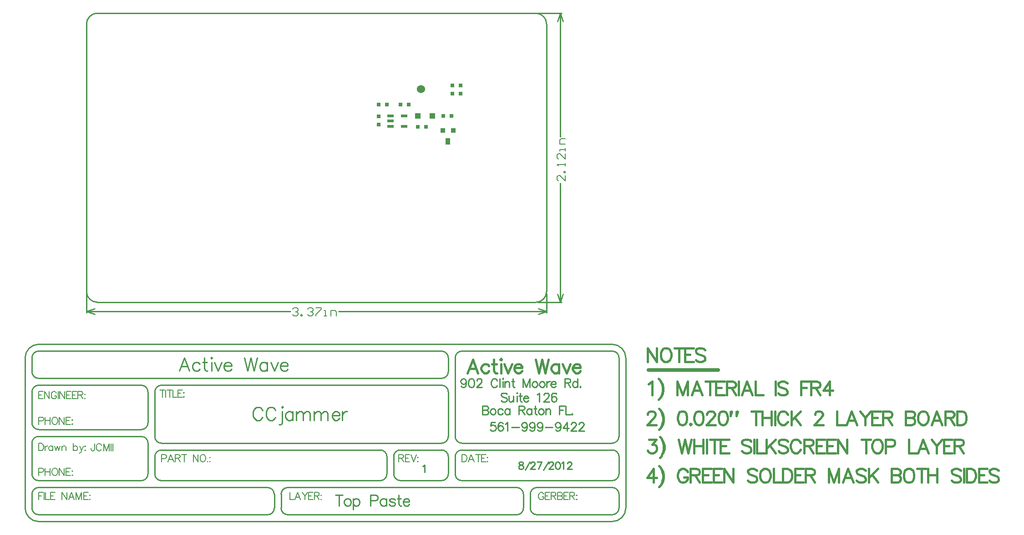
<source format=gtp>
%FSLAX25Y25*%
%MOIN*%
G70*
G01*
G75*
G04 Layer_Color=8421504*
%ADD10C,0.02500*%
%ADD11C,0.06000*%
%ADD12R,0.03000X0.03000*%
%ADD13R,0.05000X0.02000*%
%ADD14R,0.03000X0.03000*%
%ADD15R,0.03600X0.05000*%
%ADD16R,0.03600X0.03600*%
%ADD17R,0.03937X0.03937*%
%ADD18C,0.02000*%
%ADD19C,0.01200*%
%ADD20C,0.01000*%
%ADD21C,0.00800*%
%ADD22C,0.03000*%
%ADD23C,0.00600*%
%ADD24C,0.00900*%
%ADD25C,0.01500*%
%ADD26C,0.00500*%
%ADD27C,0.04000*%
D10*
X411800Y-49700D02*
X462800D01*
D11*
X245000Y156500D02*
D03*
D12*
X214100Y130200D02*
D03*
Y136200D02*
D03*
D13*
X222600Y129150D02*
D03*
Y132950D02*
D03*
X232600Y129150D02*
D03*
X222600Y136650D02*
D03*
X232600D02*
D03*
D14*
X274000Y153000D02*
D03*
X268000D02*
D03*
X274000Y159000D02*
D03*
X268000D02*
D03*
X242600Y128600D02*
D03*
X248600D02*
D03*
X229900Y145000D02*
D03*
X235900D02*
D03*
X261200Y136800D02*
D03*
X267200D02*
D03*
X214100Y144900D02*
D03*
X220100D02*
D03*
D15*
X264750Y117900D02*
D03*
D16*
X261050Y125900D02*
D03*
X268550D02*
D03*
D17*
X242685Y136700D02*
D03*
X253315D02*
D03*
D20*
X185066Y-141202D02*
Y-149200D01*
X182400Y-141202D02*
X187732D01*
X190589Y-143868D02*
X189827Y-144249D01*
X189065Y-145010D01*
X188684Y-146153D01*
Y-146915D01*
X189065Y-148057D01*
X189827Y-148819D01*
X190589Y-149200D01*
X191731D01*
X192493Y-148819D01*
X193255Y-148057D01*
X193636Y-146915D01*
Y-146153D01*
X193255Y-145010D01*
X192493Y-144249D01*
X191731Y-143868D01*
X190589D01*
X195388D02*
Y-151866D01*
Y-145010D02*
X196149Y-144249D01*
X196911Y-143868D01*
X198054D01*
X198816Y-144249D01*
X199577Y-145010D01*
X199958Y-146153D01*
Y-146915D01*
X199577Y-148057D01*
X198816Y-148819D01*
X198054Y-149200D01*
X196911D01*
X196149Y-148819D01*
X195388Y-148057D01*
X207956Y-145391D02*
X211384D01*
X212527Y-145010D01*
X212908Y-144630D01*
X213289Y-143868D01*
Y-142725D01*
X212908Y-141964D01*
X212527Y-141583D01*
X211384Y-141202D01*
X207956D01*
Y-149200D01*
X219649Y-143868D02*
Y-149200D01*
Y-145010D02*
X218887Y-144249D01*
X218126Y-143868D01*
X216983D01*
X216221Y-144249D01*
X215460Y-145010D01*
X215079Y-146153D01*
Y-146915D01*
X215460Y-148057D01*
X216221Y-148819D01*
X216983Y-149200D01*
X218126D01*
X218887Y-148819D01*
X219649Y-148057D01*
X225972Y-145010D02*
X225591Y-144249D01*
X224448Y-143868D01*
X223306D01*
X222163Y-144249D01*
X221782Y-145010D01*
X222163Y-145772D01*
X222925Y-146153D01*
X224829Y-146534D01*
X225591Y-146915D01*
X225972Y-147677D01*
Y-148057D01*
X225591Y-148819D01*
X224448Y-149200D01*
X223306D01*
X222163Y-148819D01*
X221782Y-148057D01*
X228790Y-141202D02*
Y-147677D01*
X229171Y-148819D01*
X229933Y-149200D01*
X230694D01*
X227647Y-143868D02*
X230314D01*
X231837Y-146153D02*
X236407D01*
Y-145391D01*
X236027Y-144630D01*
X235646Y-144249D01*
X234884Y-143868D01*
X233741D01*
X232980Y-144249D01*
X232218Y-145010D01*
X231837Y-146153D01*
Y-146915D01*
X232218Y-148057D01*
X232980Y-148819D01*
X233741Y-149200D01*
X234884D01*
X235646Y-148819D01*
X236407Y-148057D01*
X330484Y212016D02*
X348000D01*
X330484Y-16D02*
X348000D01*
X347000Y121495D02*
Y212016D01*
Y-16D02*
Y87305D01*
X345000Y206016D02*
X347000Y212016D01*
X349000Y206016D01*
X347000Y-16D02*
X349000Y5984D01*
X345000D02*
X347000Y-16D01*
X337000Y-7500D02*
Y6500D01*
X0Y-7500D02*
Y6500D01*
X184495Y-6500D02*
X337000D01*
X0D02*
X149305D01*
X331000Y-4500D02*
X337000Y-6500D01*
X331000Y-8500D02*
X337000Y-6500D01*
X0D02*
X6000Y-8500D01*
X0Y-6500D02*
X6000Y-4500D01*
X0Y8000D02*
G03*
X8016Y-16I8016J0D01*
G01*
X8000Y212000D02*
G03*
X-16Y203984I0J-8016D01*
G01*
X337000Y204000D02*
G03*
X328984Y212016I-8016J0D01*
G01*
Y-16D02*
G03*
X337000Y8000I0J8016D01*
G01*
X8016Y0D02*
X328984Y-16D01*
X0Y8000D02*
Y203984D01*
X337000Y8000D02*
Y204000D01*
X8000Y212000D02*
X328984Y212016D01*
X137502Y-140794D02*
G03*
X132501Y-135794I-5000J0D01*
G01*
X132618Y-155794D02*
G03*
X137499Y-150827I84J4800D01*
G01*
X147502Y-135794D02*
G03*
X142501Y-140794I0J-5000D01*
G01*
Y-150794D02*
G03*
X147414Y-155793I5000J0D01*
G01*
X320002Y-140794D02*
G03*
X315002Y-135794I-5000J0D01*
G01*
X315118Y-155794D02*
G03*
X320000Y-150827I84J4800D01*
G01*
X325002Y-150894D02*
G03*
X329987Y-155793I4900J0D01*
G01*
X330001Y-135794D02*
G03*
X325002Y-140794I0J-5000D01*
G01*
X45002Y-65694D02*
G03*
X40102Y-60794I-4900J0D01*
G01*
X40202Y-93294D02*
G03*
X45002Y-88494I0J4800D01*
G01*
Y-103194D02*
G03*
X39930Y-98297I-4900J0D01*
G01*
X50002Y-98394D02*
G03*
X54901Y-103294I4900J0D01*
G01*
X50002Y-125894D02*
G03*
X54901Y-130794I4900J0D01*
G01*
X40102D02*
G03*
X45002Y-125894I0J4900D01*
G01*
X220002Y-113194D02*
G03*
X215102Y-108294I-4900J0D01*
G01*
Y-130794D02*
G03*
X220001Y-125809I0J4900D01*
G01*
X225002Y-125694D02*
G03*
X230012Y-130793I5100J0D01*
G01*
X229802Y-108294D02*
G03*
X225008Y-113345I0J-4800D01*
G01*
X55001Y-108294D02*
G03*
X50002Y-113294I0J-5000D01*
G01*
X55001Y-60794D02*
G03*
X50001Y-65794I0J-5000D01*
G01*
X-39998Y-125794D02*
G03*
X-35086Y-130793I5000J0D01*
G01*
X-34999Y-98294D02*
G03*
X-39998Y-103294I0J-5000D01*
G01*
Y-88294D02*
G03*
X-34999Y-93294I5000J0D01*
G01*
Y-60794D02*
G03*
X-39998Y-65794I0J-5000D01*
G01*
Y-50794D02*
G03*
X-34999Y-55794I5000J0D01*
G01*
Y-35794D02*
G03*
X-39998Y-40794I0J-5000D01*
G01*
X265002D02*
G03*
X260001Y-35794I-5000J0D01*
G01*
X275002D02*
G03*
X270002Y-40794I0J-5000D01*
G01*
X260001Y-55794D02*
G03*
X265002Y-50794I0J5000D01*
G01*
Y-65794D02*
G03*
X260001Y-60794I-5000J0D01*
G01*
X-34999Y-135794D02*
G03*
X-39998Y-140794I0J-5000D01*
G01*
X260089Y-103294D02*
G03*
X265002Y-98294I-87J5000D01*
G01*
X-39998Y-150794D02*
G03*
X-35086Y-155793I5000J0D01*
G01*
X265002Y-113194D02*
G03*
X260102Y-108294I-4900J0D01*
G01*
X270002Y-125894D02*
G03*
X274987Y-130793I4900J0D01*
G01*
X260001Y-130794D02*
G03*
X265002Y-125794I0J5000D01*
G01*
X385001Y-155794D02*
G03*
X390002Y-150794I0J5000D01*
G01*
X390002Y-140707D02*
G03*
X385001Y-135793I-5000J-87D01*
G01*
Y-130794D02*
G03*
X390002Y-125794I0J5000D01*
G01*
Y-40694D02*
G03*
X384930Y-35797I-4900J0D01*
G01*
X395002Y-40794D02*
G03*
X385001Y-30794I-10000J0D01*
G01*
Y-160794D02*
G03*
X395002Y-150794I0J10000D01*
G01*
X-44998Y-150694D02*
G03*
X-35075Y-160793I10100J0D01*
G01*
X-34999Y-30794D02*
G03*
X-44998Y-40794I0J-10000D01*
G01*
X270002Y-98294D02*
G03*
X275002Y-103294I5000J0D01*
G01*
X385001D02*
G03*
X390002Y-98294I0J5000D01*
G01*
X275002Y-108294D02*
G03*
X270002Y-113294I0J-5000D01*
G01*
X390002Y-113194D02*
G03*
X385102Y-108294I-4900J0D01*
G01*
X147502Y-155794D02*
X315002D01*
X-34999D02*
X132501D01*
X-34999Y-135794D02*
X132501D01*
X147502D02*
X315002D01*
X330001Y-155794D02*
X385001D01*
X330001Y-135794D02*
X385001D01*
X-34999Y-35794D02*
X260001D01*
X-34999Y-160794D02*
X385001D01*
X-34999Y-30794D02*
X385001D01*
X-34999Y-130794D02*
X40001D01*
X-34999Y-98294D02*
X40001D01*
X-34999Y-93294D02*
X40001D01*
X-34999Y-60794D02*
X40001D01*
X-34999Y-55794D02*
X260001D01*
X55001Y-60794D02*
X260001D01*
X55001Y-108294D02*
X215002D01*
X55001Y-130794D02*
X215002D01*
X230001D02*
X260001D01*
X230001Y-108294D02*
X260001D01*
X275002Y-130794D02*
X385001D01*
X275002Y-35794D02*
X385001D01*
X55001Y-103294D02*
X260001D01*
X275002D02*
X385001D01*
X275002Y-108294D02*
X385001D01*
X137502Y-150794D02*
Y-140794D01*
X142501Y-150794D02*
Y-140794D01*
X320002Y-150794D02*
Y-140794D01*
X325002Y-150794D02*
Y-140794D01*
X395002Y-150794D02*
Y-40794D01*
X-39998Y-125794D02*
Y-103294D01*
X45002Y-125794D02*
Y-103294D01*
X-39998Y-88294D02*
Y-65794D01*
X45002Y-88294D02*
Y-65794D01*
X-39998Y-50794D02*
Y-40794D01*
X265002Y-50794D02*
Y-40794D01*
Y-98294D02*
Y-65794D01*
X50002Y-98294D02*
Y-65794D01*
X220002Y-125794D02*
Y-113294D01*
X50002Y-125794D02*
Y-113294D01*
X225002Y-125794D02*
Y-113294D01*
X265002Y-125794D02*
Y-113294D01*
X390002Y-150794D02*
Y-140794D01*
X-39998Y-150794D02*
Y-140794D01*
X-44998Y-150794D02*
Y-40794D01*
X270002Y-98294D02*
Y-40794D01*
X390002Y-98294D02*
Y-40794D01*
X270002Y-125794D02*
Y-113294D01*
X390002Y-125794D02*
Y-113194D01*
X307875Y-67392D02*
X307266Y-66782D01*
X306352Y-66478D01*
X305133D01*
X304219Y-66782D01*
X303609Y-67392D01*
Y-68001D01*
X303914Y-68611D01*
X304219Y-68915D01*
X304828Y-69220D01*
X306656Y-69829D01*
X307266Y-70134D01*
X307571Y-70439D01*
X307875Y-71048D01*
Y-71962D01*
X307266Y-72572D01*
X306352Y-72876D01*
X305133D01*
X304219Y-72572D01*
X303609Y-71962D01*
X309307Y-68611D02*
Y-71658D01*
X309612Y-72572D01*
X310221Y-72876D01*
X311136D01*
X311745Y-72572D01*
X312659Y-71658D01*
Y-68611D02*
Y-72876D01*
X314944Y-66478D02*
X315249Y-66782D01*
X315554Y-66478D01*
X315249Y-66173D01*
X314944Y-66478D01*
X315249Y-68611D02*
Y-72876D01*
X317595Y-66478D02*
Y-71658D01*
X317900Y-72572D01*
X318509Y-72876D01*
X319118D01*
X316681Y-68611D02*
X318814D01*
X320033Y-70439D02*
X323689D01*
Y-69829D01*
X323384Y-69220D01*
X323080Y-68915D01*
X322470Y-68611D01*
X321556D01*
X320947Y-68915D01*
X320337Y-69525D01*
X320033Y-70439D01*
Y-71048D01*
X320337Y-71962D01*
X320947Y-72572D01*
X321556Y-72876D01*
X322470D01*
X323080Y-72572D01*
X323689Y-71962D01*
X330088Y-67696D02*
X330697Y-67392D01*
X331611Y-66478D01*
Y-72876D01*
X335085Y-68001D02*
Y-67696D01*
X335389Y-67087D01*
X335694Y-66782D01*
X336303Y-66478D01*
X337522D01*
X338132Y-66782D01*
X338436Y-67087D01*
X338741Y-67696D01*
Y-68306D01*
X338436Y-68915D01*
X337827Y-69829D01*
X334780Y-72876D01*
X339046D01*
X344134Y-67392D02*
X343829Y-66782D01*
X342915Y-66478D01*
X342306D01*
X341392Y-66782D01*
X340782Y-67696D01*
X340478Y-69220D01*
Y-70744D01*
X340782Y-71962D01*
X341392Y-72572D01*
X342306Y-72876D01*
X342611D01*
X343525Y-72572D01*
X344134Y-71962D01*
X344439Y-71048D01*
Y-70744D01*
X344134Y-69829D01*
X343525Y-69220D01*
X342611Y-68915D01*
X342306D01*
X341392Y-69220D01*
X340782Y-69829D01*
X340478Y-70744D01*
X299266Y-87978D02*
X296219D01*
X295914Y-90720D01*
X296219Y-90415D01*
X297133Y-90111D01*
X298047D01*
X298961Y-90415D01*
X299570Y-91025D01*
X299875Y-91939D01*
Y-92548D01*
X299570Y-93462D01*
X298961Y-94072D01*
X298047Y-94376D01*
X297133D01*
X296219Y-94072D01*
X295914Y-93767D01*
X295609Y-93158D01*
X304964Y-88892D02*
X304659Y-88282D01*
X303745Y-87978D01*
X303135D01*
X302221Y-88282D01*
X301612Y-89196D01*
X301307Y-90720D01*
Y-92243D01*
X301612Y-93462D01*
X302221Y-94072D01*
X303135Y-94376D01*
X303440D01*
X304354Y-94072D01*
X304964Y-93462D01*
X305268Y-92548D01*
Y-92243D01*
X304964Y-91329D01*
X304354Y-90720D01*
X303440Y-90415D01*
X303135D01*
X302221Y-90720D01*
X301612Y-91329D01*
X301307Y-92243D01*
X306670Y-89196D02*
X307279Y-88892D01*
X308193Y-87978D01*
Y-94376D01*
X311362Y-91634D02*
X316847D01*
X322697Y-90111D02*
X322392Y-91025D01*
X321783Y-91634D01*
X320869Y-91939D01*
X320564D01*
X319650Y-91634D01*
X319041Y-91025D01*
X318736Y-90111D01*
Y-89806D01*
X319041Y-88892D01*
X319650Y-88282D01*
X320564Y-87978D01*
X320869D01*
X321783Y-88282D01*
X322392Y-88892D01*
X322697Y-90111D01*
Y-91634D01*
X322392Y-93158D01*
X321783Y-94072D01*
X320869Y-94376D01*
X320259D01*
X319345Y-94072D01*
X319041Y-93462D01*
X328395Y-90111D02*
X328090Y-91025D01*
X327481Y-91634D01*
X326567Y-91939D01*
X326262D01*
X325348Y-91634D01*
X324739Y-91025D01*
X324434Y-90111D01*
Y-89806D01*
X324739Y-88892D01*
X325348Y-88282D01*
X326262Y-87978D01*
X326567D01*
X327481Y-88282D01*
X328090Y-88892D01*
X328395Y-90111D01*
Y-91634D01*
X328090Y-93158D01*
X327481Y-94072D01*
X326567Y-94376D01*
X325957D01*
X325043Y-94072D01*
X324739Y-93462D01*
X334093Y-90111D02*
X333788Y-91025D01*
X333179Y-91634D01*
X332264Y-91939D01*
X331960D01*
X331046Y-91634D01*
X330436Y-91025D01*
X330132Y-90111D01*
Y-89806D01*
X330436Y-88892D01*
X331046Y-88282D01*
X331960Y-87978D01*
X332264D01*
X333179Y-88282D01*
X333788Y-88892D01*
X334093Y-90111D01*
Y-91634D01*
X333788Y-93158D01*
X333179Y-94072D01*
X332264Y-94376D01*
X331655D01*
X330741Y-94072D01*
X330436Y-93462D01*
X335829Y-91634D02*
X341314D01*
X347164Y-90111D02*
X346860Y-91025D01*
X346250Y-91634D01*
X345336Y-91939D01*
X345031D01*
X344117Y-91634D01*
X343508Y-91025D01*
X343203Y-90111D01*
Y-89806D01*
X343508Y-88892D01*
X344117Y-88282D01*
X345031Y-87978D01*
X345336D01*
X346250Y-88282D01*
X346860Y-88892D01*
X347164Y-90111D01*
Y-91634D01*
X346860Y-93158D01*
X346250Y-94072D01*
X345336Y-94376D01*
X344727D01*
X343812Y-94072D01*
X343508Y-93462D01*
X351948Y-87978D02*
X348901Y-92243D01*
X353471D01*
X351948Y-87978D02*
Y-94376D01*
X354904Y-89501D02*
Y-89196D01*
X355208Y-88587D01*
X355513Y-88282D01*
X356122Y-87978D01*
X357341D01*
X357950Y-88282D01*
X358255Y-88587D01*
X358560Y-89196D01*
Y-89806D01*
X358255Y-90415D01*
X357646Y-91329D01*
X354599Y-94376D01*
X358864D01*
X360601Y-89501D02*
Y-89196D01*
X360906Y-88587D01*
X361211Y-88282D01*
X361820Y-87978D01*
X363039D01*
X363648Y-88282D01*
X363953Y-88587D01*
X364258Y-89196D01*
Y-89806D01*
X363953Y-90415D01*
X363344Y-91329D01*
X360297Y-94376D01*
X364562D01*
X278070Y-58111D02*
X277766Y-59025D01*
X277156Y-59634D01*
X276242Y-59939D01*
X275938D01*
X275024Y-59634D01*
X274414Y-59025D01*
X274110Y-58111D01*
Y-57806D01*
X274414Y-56892D01*
X275024Y-56282D01*
X275938Y-55978D01*
X276242D01*
X277156Y-56282D01*
X277766Y-56892D01*
X278070Y-58111D01*
Y-59634D01*
X277766Y-61158D01*
X277156Y-62072D01*
X276242Y-62376D01*
X275633D01*
X274719Y-62072D01*
X274414Y-61462D01*
X281635Y-55978D02*
X280721Y-56282D01*
X280112Y-57196D01*
X279807Y-58720D01*
Y-59634D01*
X280112Y-61158D01*
X280721Y-62072D01*
X281635Y-62376D01*
X282245D01*
X283159Y-62072D01*
X283768Y-61158D01*
X284073Y-59634D01*
Y-58720D01*
X283768Y-57196D01*
X283159Y-56282D01*
X282245Y-55978D01*
X281635D01*
X285810Y-57501D02*
Y-57196D01*
X286115Y-56587D01*
X286419Y-56282D01*
X287029Y-55978D01*
X288247D01*
X288857Y-56282D01*
X289161Y-56587D01*
X289466Y-57196D01*
Y-57806D01*
X289161Y-58415D01*
X288552Y-59329D01*
X285505Y-62376D01*
X289771D01*
X300801Y-57501D02*
X300496Y-56892D01*
X299887Y-56282D01*
X299277Y-55978D01*
X298059D01*
X297449Y-56282D01*
X296840Y-56892D01*
X296535Y-57501D01*
X296231Y-58415D01*
Y-59939D01*
X296535Y-60853D01*
X296840Y-61462D01*
X297449Y-62072D01*
X298059Y-62376D01*
X299277D01*
X299887Y-62072D01*
X300496Y-61462D01*
X300801Y-60853D01*
X302599Y-55978D02*
Y-62376D01*
X304549Y-55978D02*
X304853Y-56282D01*
X305158Y-55978D01*
X304853Y-55673D01*
X304549Y-55978D01*
X304853Y-58111D02*
Y-62376D01*
X306285Y-58111D02*
Y-62376D01*
Y-59329D02*
X307200Y-58415D01*
X307809Y-58111D01*
X308723D01*
X309332Y-58415D01*
X309637Y-59329D01*
Y-62376D01*
X312227Y-55978D02*
Y-61158D01*
X312532Y-62072D01*
X313141Y-62376D01*
X313751D01*
X311313Y-58111D02*
X313446D01*
X319692Y-55978D02*
Y-62376D01*
Y-55978D02*
X322130Y-62376D01*
X324567Y-55978D02*
X322130Y-62376D01*
X324567Y-55978D02*
Y-62376D01*
X327919Y-58111D02*
X327309Y-58415D01*
X326700Y-59025D01*
X326395Y-59939D01*
Y-60548D01*
X326700Y-61462D01*
X327309Y-62072D01*
X327919Y-62376D01*
X328833D01*
X329442Y-62072D01*
X330052Y-61462D01*
X330357Y-60548D01*
Y-59939D01*
X330052Y-59025D01*
X329442Y-58415D01*
X328833Y-58111D01*
X327919D01*
X333282D02*
X332672Y-58415D01*
X332063Y-59025D01*
X331758Y-59939D01*
Y-60548D01*
X332063Y-61462D01*
X332672Y-62072D01*
X333282Y-62376D01*
X334196D01*
X334805Y-62072D01*
X335414Y-61462D01*
X335719Y-60548D01*
Y-59939D01*
X335414Y-59025D01*
X334805Y-58415D01*
X334196Y-58111D01*
X333282D01*
X337121D02*
Y-62376D01*
Y-59939D02*
X337425Y-59025D01*
X338035Y-58415D01*
X338644Y-58111D01*
X339558D01*
X340137Y-59939D02*
X343794D01*
Y-59329D01*
X343489Y-58720D01*
X343184Y-58415D01*
X342575Y-58111D01*
X341661D01*
X341051Y-58415D01*
X340442Y-59025D01*
X340137Y-59939D01*
Y-60548D01*
X340442Y-61462D01*
X341051Y-62072D01*
X341661Y-62376D01*
X342575D01*
X343184Y-62072D01*
X343794Y-61462D01*
X350192Y-55978D02*
Y-62376D01*
Y-55978D02*
X352935D01*
X353849Y-56282D01*
X354153Y-56587D01*
X354458Y-57196D01*
Y-57806D01*
X354153Y-58415D01*
X353849Y-58720D01*
X352935Y-59025D01*
X350192D01*
X352325D02*
X354458Y-62376D01*
X359546Y-55978D02*
Y-62376D01*
Y-59025D02*
X358937Y-58415D01*
X358328Y-58111D01*
X357414D01*
X356804Y-58415D01*
X356195Y-59025D01*
X355890Y-59939D01*
Y-60548D01*
X356195Y-61462D01*
X356804Y-62072D01*
X357414Y-62376D01*
X358328D01*
X358937Y-62072D01*
X359546Y-61462D01*
X361557Y-61767D02*
X361253Y-62072D01*
X361557Y-62376D01*
X361862Y-62072D01*
X361557Y-61767D01*
X290109Y-75978D02*
Y-82376D01*
Y-75978D02*
X292852D01*
X293766Y-76282D01*
X294071Y-76587D01*
X294375Y-77197D01*
Y-77806D01*
X294071Y-78415D01*
X293766Y-78720D01*
X292852Y-79025D01*
X290109D02*
X292852D01*
X293766Y-79329D01*
X294071Y-79634D01*
X294375Y-80243D01*
Y-81158D01*
X294071Y-81767D01*
X293766Y-82072D01*
X292852Y-82376D01*
X290109D01*
X297331Y-78111D02*
X296721Y-78415D01*
X296112Y-79025D01*
X295807Y-79939D01*
Y-80548D01*
X296112Y-81462D01*
X296721Y-82072D01*
X297331Y-82376D01*
X298245D01*
X298854Y-82072D01*
X299464Y-81462D01*
X299768Y-80548D01*
Y-79939D01*
X299464Y-79025D01*
X298854Y-78415D01*
X298245Y-78111D01*
X297331D01*
X304826Y-79025D02*
X304217Y-78415D01*
X303608Y-78111D01*
X302693D01*
X302084Y-78415D01*
X301475Y-79025D01*
X301170Y-79939D01*
Y-80548D01*
X301475Y-81462D01*
X302084Y-82072D01*
X302693Y-82376D01*
X303608D01*
X304217Y-82072D01*
X304826Y-81462D01*
X309854Y-78111D02*
Y-82376D01*
Y-79025D02*
X309244Y-78415D01*
X308635Y-78111D01*
X307721D01*
X307112Y-78415D01*
X306502Y-79025D01*
X306197Y-79939D01*
Y-80548D01*
X306502Y-81462D01*
X307112Y-82072D01*
X307721Y-82376D01*
X308635D01*
X309244Y-82072D01*
X309854Y-81462D01*
X316588Y-75978D02*
Y-82376D01*
Y-75978D02*
X319330D01*
X320244Y-76282D01*
X320549Y-76587D01*
X320853Y-77197D01*
Y-77806D01*
X320549Y-78415D01*
X320244Y-78720D01*
X319330Y-79025D01*
X316588D01*
X318721D02*
X320853Y-82376D01*
X325942Y-78111D02*
Y-82376D01*
Y-79025D02*
X325332Y-78415D01*
X324723Y-78111D01*
X323809D01*
X323200Y-78415D01*
X322590Y-79025D01*
X322285Y-79939D01*
Y-80548D01*
X322590Y-81462D01*
X323200Y-82072D01*
X323809Y-82376D01*
X324723D01*
X325332Y-82072D01*
X325942Y-81462D01*
X328562Y-75978D02*
Y-81158D01*
X328867Y-82072D01*
X329476Y-82376D01*
X330086D01*
X327648Y-78111D02*
X329781D01*
X332523D02*
X331914Y-78415D01*
X331304Y-79025D01*
X331000Y-79939D01*
Y-80548D01*
X331304Y-81462D01*
X331914Y-82072D01*
X332523Y-82376D01*
X333437D01*
X334047Y-82072D01*
X334656Y-81462D01*
X334961Y-80548D01*
Y-79939D01*
X334656Y-79025D01*
X334047Y-78415D01*
X333437Y-78111D01*
X332523D01*
X336362D02*
Y-82376D01*
Y-79329D02*
X337277Y-78415D01*
X337886Y-78111D01*
X338800D01*
X339409Y-78415D01*
X339714Y-79329D01*
Y-82376D01*
X346417Y-75978D02*
Y-82376D01*
Y-75978D02*
X350378D01*
X346417Y-79025D02*
X348855D01*
X351110Y-75978D02*
Y-82376D01*
X354766D01*
X355772Y-81767D02*
X355467Y-82072D01*
X355772Y-82376D01*
X356076Y-82072D01*
X355772Y-81767D01*
D21*
X5837Y-103568D02*
Y-107630D01*
X5583Y-108392D01*
X5329Y-108646D01*
X4821Y-108900D01*
X4314D01*
X3806Y-108646D01*
X3552Y-108392D01*
X3298Y-107630D01*
Y-107122D01*
X11017Y-104837D02*
X10763Y-104329D01*
X10255Y-103821D01*
X9747Y-103568D01*
X8732D01*
X8224Y-103821D01*
X7716Y-104329D01*
X7462Y-104837D01*
X7208Y-105599D01*
Y-106868D01*
X7462Y-107630D01*
X7716Y-108138D01*
X8224Y-108646D01*
X8732Y-108900D01*
X9747D01*
X10255Y-108646D01*
X10763Y-108138D01*
X11017Y-107630D01*
X12515Y-103568D02*
Y-108900D01*
Y-103568D02*
X14547Y-108900D01*
X16578Y-103568D02*
X14547Y-108900D01*
X16578Y-103568D02*
Y-108900D01*
X18101Y-103568D02*
Y-108900D01*
X19218Y-103568D02*
Y-108900D01*
D23*
X350599Y92904D02*
Y88905D01*
X346600Y92904D01*
X345601D01*
X344601Y91904D01*
Y89905D01*
X345601Y88905D01*
X350599Y94903D02*
X349599D01*
Y95903D01*
X350599D01*
Y94903D01*
Y99901D02*
Y101901D01*
Y100901D01*
X344601D01*
X345601Y99901D01*
X350599Y108898D02*
Y104900D01*
X346600Y108898D01*
X345601D01*
X344601Y107899D01*
Y105900D01*
X345601Y104900D01*
X350599Y110898D02*
Y112897D01*
Y111898D01*
X346600D01*
Y110898D01*
X350599Y115896D02*
X346600D01*
Y118895D01*
X347600Y119895D01*
X350599D01*
X150905Y-5101D02*
X151905Y-4101D01*
X153904D01*
X154904Y-5101D01*
Y-6100D01*
X153904Y-7100D01*
X152904D01*
X153904D01*
X154904Y-8100D01*
Y-9099D01*
X153904Y-10099D01*
X151905D01*
X150905Y-9099D01*
X156903Y-10099D02*
Y-9099D01*
X157903D01*
Y-10099D01*
X156903D01*
X161902Y-5101D02*
X162901Y-4101D01*
X164901D01*
X165900Y-5101D01*
Y-6100D01*
X164901Y-7100D01*
X163901D01*
X164901D01*
X165900Y-8100D01*
Y-9099D01*
X164901Y-10099D01*
X162901D01*
X161902Y-9099D01*
X167900Y-4101D02*
X171898D01*
Y-5101D01*
X167900Y-9099D01*
Y-10099D01*
X173898D02*
X175897D01*
X174897D01*
Y-6100D01*
X173898D01*
X178896Y-10099D02*
Y-6100D01*
X181895D01*
X182895Y-7100D01*
Y-10099D01*
D24*
X317748Y-117008D02*
X316986Y-117262D01*
X316733Y-117770D01*
Y-118277D01*
X316986Y-118785D01*
X317494Y-119039D01*
X318510Y-119293D01*
X319272Y-119547D01*
X319779Y-120055D01*
X320033Y-120563D01*
Y-121324D01*
X319779Y-121832D01*
X319526Y-122086D01*
X318764Y-122340D01*
X317748D01*
X316986Y-122086D01*
X316733Y-121832D01*
X316478Y-121324D01*
Y-120563D01*
X316733Y-120055D01*
X317240Y-119547D01*
X318002Y-119293D01*
X319018Y-119039D01*
X319526Y-118785D01*
X319779Y-118277D01*
Y-117770D01*
X319526Y-117262D01*
X318764Y-117008D01*
X317748D01*
X321227Y-123102D02*
X324782Y-117008D01*
X325391Y-118277D02*
Y-118023D01*
X325645Y-117516D01*
X325899Y-117262D01*
X326407Y-117008D01*
X327422D01*
X327930Y-117262D01*
X328184Y-117516D01*
X328438Y-118023D01*
Y-118531D01*
X328184Y-119039D01*
X327676Y-119801D01*
X325137Y-122340D01*
X328692D01*
X333440Y-117008D02*
X330901Y-122340D01*
X329885Y-117008D02*
X333440D01*
X334634Y-123102D02*
X338188Y-117008D01*
X338798Y-118277D02*
Y-118023D01*
X339052Y-117516D01*
X339306Y-117262D01*
X339813Y-117008D01*
X340829D01*
X341337Y-117262D01*
X341591Y-117516D01*
X341845Y-118023D01*
Y-118531D01*
X341591Y-119039D01*
X341083Y-119801D01*
X338544Y-122340D01*
X342099D01*
X344816Y-117008D02*
X344054Y-117262D01*
X343546Y-118023D01*
X343292Y-119293D01*
Y-120055D01*
X343546Y-121324D01*
X344054Y-122086D01*
X344816Y-122340D01*
X345323D01*
X346085Y-122086D01*
X346593Y-121324D01*
X346847Y-120055D01*
Y-119293D01*
X346593Y-118023D01*
X346085Y-117262D01*
X345323Y-117008D01*
X344816D01*
X348040Y-118023D02*
X348548Y-117770D01*
X349310Y-117008D01*
Y-122340D01*
X352205Y-118277D02*
Y-118023D01*
X352459Y-117516D01*
X352712Y-117262D01*
X353220Y-117008D01*
X354236D01*
X354744Y-117262D01*
X354998Y-117516D01*
X355252Y-118023D01*
Y-118531D01*
X354998Y-119039D01*
X354490Y-119801D01*
X351951Y-122340D01*
X355506D01*
X75314Y-50294D02*
X71658Y-40696D01*
X68001Y-50294D01*
X69372Y-47095D02*
X73943D01*
X83038Y-45267D02*
X82124Y-44352D01*
X81210Y-43895D01*
X79839D01*
X78925Y-44352D01*
X78011Y-45267D01*
X77554Y-46638D01*
Y-47552D01*
X78011Y-48923D01*
X78925Y-49837D01*
X79839Y-50294D01*
X81210D01*
X82124Y-49837D01*
X83038Y-48923D01*
X86466Y-40696D02*
Y-48466D01*
X86923Y-49837D01*
X87837Y-50294D01*
X88751D01*
X85095Y-43895D02*
X88294D01*
X91036Y-40696D02*
X91493Y-41153D01*
X91951Y-40696D01*
X91493Y-40239D01*
X91036Y-40696D01*
X91493Y-43895D02*
Y-50294D01*
X93642Y-43895D02*
X96384Y-50294D01*
X99126Y-43895D02*
X96384Y-50294D01*
X100680Y-46638D02*
X106165D01*
Y-45724D01*
X105708Y-44809D01*
X105251Y-44352D01*
X104336Y-43895D01*
X102965D01*
X102051Y-44352D01*
X101137Y-45267D01*
X100680Y-46638D01*
Y-47552D01*
X101137Y-48923D01*
X102051Y-49837D01*
X102965Y-50294D01*
X104336D01*
X105251Y-49837D01*
X106165Y-48923D01*
X115763Y-40696D02*
X118048Y-50294D01*
X120333Y-40696D02*
X118048Y-50294D01*
X120333Y-40696D02*
X122618Y-50294D01*
X124904Y-40696D02*
X122618Y-50294D01*
X132308Y-43895D02*
Y-50294D01*
Y-45267D02*
X131394Y-44352D01*
X130479Y-43895D01*
X129108D01*
X128194Y-44352D01*
X127280Y-45267D01*
X126823Y-46638D01*
Y-47552D01*
X127280Y-48923D01*
X128194Y-49837D01*
X129108Y-50294D01*
X130479D01*
X131394Y-49837D01*
X132308Y-48923D01*
X134867Y-43895D02*
X137609Y-50294D01*
X140352Y-43895D02*
X137609Y-50294D01*
X141905Y-46638D02*
X147390D01*
Y-45724D01*
X146933Y-44809D01*
X146476Y-44352D01*
X145562Y-43895D01*
X144191D01*
X143277Y-44352D01*
X142363Y-45267D01*
X141905Y-46638D01*
Y-47552D01*
X142363Y-48923D01*
X143277Y-49837D01*
X144191Y-50294D01*
X145562D01*
X146476Y-49837D01*
X147390Y-48923D01*
X128856Y-79187D02*
X128399Y-78273D01*
X127485Y-77359D01*
X126570Y-76902D01*
X124742D01*
X123828Y-77359D01*
X122914Y-78273D01*
X122457Y-79187D01*
X122000Y-80558D01*
Y-82844D01*
X122457Y-84215D01*
X122914Y-85129D01*
X123828Y-86043D01*
X124742Y-86500D01*
X126570D01*
X127485Y-86043D01*
X128399Y-85129D01*
X128856Y-84215D01*
X138408Y-79187D02*
X137951Y-78273D01*
X137037Y-77359D01*
X136123Y-76902D01*
X134294D01*
X133380Y-77359D01*
X132466Y-78273D01*
X132009Y-79187D01*
X131552Y-80558D01*
Y-82844D01*
X132009Y-84215D01*
X132466Y-85129D01*
X133380Y-86043D01*
X134294Y-86500D01*
X136123D01*
X137037Y-86043D01*
X137951Y-85129D01*
X138408Y-84215D01*
X142933Y-76902D02*
X143390Y-77359D01*
X143847Y-76902D01*
X143390Y-76445D01*
X142933Y-76902D01*
X143390Y-80101D02*
Y-87871D01*
X142933Y-89242D01*
X142019Y-89699D01*
X141104D01*
X151114Y-80101D02*
Y-86500D01*
Y-81472D02*
X150200Y-80558D01*
X149286Y-80101D01*
X147914D01*
X147000Y-80558D01*
X146086Y-81472D01*
X145629Y-82844D01*
Y-83758D01*
X146086Y-85129D01*
X147000Y-86043D01*
X147914Y-86500D01*
X149286D01*
X150200Y-86043D01*
X151114Y-85129D01*
X153673Y-80101D02*
Y-86500D01*
Y-81929D02*
X155044Y-80558D01*
X155958Y-80101D01*
X157330D01*
X158244Y-80558D01*
X158701Y-81929D01*
Y-86500D01*
Y-81929D02*
X160072Y-80558D01*
X160986Y-80101D01*
X162357D01*
X163271Y-80558D01*
X163728Y-81929D01*
Y-86500D01*
X166745Y-80101D02*
Y-86500D01*
Y-81929D02*
X168116Y-80558D01*
X169030Y-80101D01*
X170401D01*
X171315Y-80558D01*
X171772Y-81929D01*
Y-86500D01*
Y-81929D02*
X173143Y-80558D01*
X174057Y-80101D01*
X175428D01*
X176343Y-80558D01*
X176800Y-81929D01*
Y-86500D01*
X179816Y-82844D02*
X185301D01*
Y-81929D01*
X184844Y-81015D01*
X184387Y-80558D01*
X183473Y-80101D01*
X182101D01*
X181187Y-80558D01*
X180273Y-81472D01*
X179816Y-82844D01*
Y-83758D01*
X180273Y-85129D01*
X181187Y-86043D01*
X182101Y-86500D01*
X183473D01*
X184387Y-86043D01*
X185301Y-85129D01*
X187357Y-80101D02*
Y-86500D01*
Y-82844D02*
X187814Y-81472D01*
X188728Y-80558D01*
X189643Y-80101D01*
X191014D01*
X246251Y-120228D02*
X246759Y-119974D01*
X247521Y-119212D01*
Y-124544D01*
D25*
X286727Y-51876D02*
X282918Y-41879D01*
X279110Y-51876D01*
X280538Y-48544D02*
X285299D01*
X294773Y-46639D02*
X293821Y-45687D01*
X292868Y-45211D01*
X291440D01*
X290488Y-45687D01*
X289536Y-46639D01*
X289060Y-48068D01*
Y-49020D01*
X289536Y-50448D01*
X290488Y-51400D01*
X291440Y-51876D01*
X292868D01*
X293821Y-51400D01*
X294773Y-50448D01*
X298343Y-41879D02*
Y-49972D01*
X298819Y-51400D01*
X299772Y-51876D01*
X300724D01*
X296915Y-45211D02*
X300248D01*
X303104Y-41879D02*
X303580Y-42355D01*
X304057Y-41879D01*
X303580Y-41402D01*
X303104Y-41879D01*
X303580Y-45211D02*
Y-51876D01*
X305818Y-45211D02*
X308675Y-51876D01*
X311531Y-45211D02*
X308675Y-51876D01*
X313150Y-48068D02*
X318863D01*
Y-47115D01*
X318387Y-46163D01*
X317911Y-45687D01*
X316958Y-45211D01*
X315530D01*
X314578Y-45687D01*
X313626Y-46639D01*
X313150Y-48068D01*
Y-49020D01*
X313626Y-50448D01*
X314578Y-51400D01*
X315530Y-51876D01*
X316958D01*
X317911Y-51400D01*
X318863Y-50448D01*
X328861Y-41879D02*
X331241Y-51876D01*
X333622Y-41879D02*
X331241Y-51876D01*
X333622Y-41879D02*
X336002Y-51876D01*
X338383Y-41879D02*
X336002Y-51876D01*
X346095Y-45211D02*
Y-51876D01*
Y-46639D02*
X345143Y-45687D01*
X344191Y-45211D01*
X342762D01*
X341810Y-45687D01*
X340858Y-46639D01*
X340382Y-48068D01*
Y-49020D01*
X340858Y-50448D01*
X341810Y-51400D01*
X342762Y-51876D01*
X344191D01*
X345143Y-51400D01*
X346095Y-50448D01*
X348761Y-45211D02*
X351618Y-51876D01*
X354474Y-45211D02*
X351618Y-51876D01*
X356093Y-48068D02*
X361806D01*
Y-47115D01*
X361330Y-46163D01*
X360854Y-45687D01*
X359902Y-45211D01*
X358473D01*
X357521Y-45687D01*
X356569Y-46639D01*
X356093Y-48068D01*
Y-49020D01*
X356569Y-50448D01*
X357521Y-51400D01*
X358473Y-51876D01*
X359902D01*
X360854Y-51400D01*
X361806Y-50448D01*
X411100Y-33602D02*
Y-43600D01*
Y-33602D02*
X417765Y-43600D01*
Y-33602D02*
Y-43600D01*
X423383Y-33602D02*
X422431Y-34078D01*
X421479Y-35030D01*
X421003Y-35983D01*
X420527Y-37411D01*
Y-39791D01*
X421003Y-41220D01*
X421479Y-42172D01*
X422431Y-43124D01*
X423383Y-43600D01*
X425287D01*
X426240Y-43124D01*
X427192Y-42172D01*
X427668Y-41220D01*
X428144Y-39791D01*
Y-37411D01*
X427668Y-35983D01*
X427192Y-35030D01*
X426240Y-34078D01*
X425287Y-33602D01*
X423383D01*
X433809D02*
Y-43600D01*
X430477Y-33602D02*
X437142D01*
X444521D02*
X438332D01*
Y-43600D01*
X444521D01*
X438332Y-38363D02*
X442141D01*
X452853Y-35030D02*
X451901Y-34078D01*
X450472Y-33602D01*
X448568D01*
X447140Y-34078D01*
X446188Y-35030D01*
Y-35983D01*
X446664Y-36935D01*
X447140Y-37411D01*
X448092Y-37887D01*
X450949Y-38839D01*
X451901Y-39315D01*
X452377Y-39791D01*
X452853Y-40743D01*
Y-42172D01*
X451901Y-43124D01*
X450472Y-43600D01*
X448568D01*
X447140Y-43124D01*
X446188Y-42172D01*
X411800Y-59907D02*
X412752Y-59430D01*
X414180Y-58002D01*
Y-68000D01*
X419132Y-56098D02*
X420084Y-57050D01*
X421036Y-58478D01*
X421988Y-60383D01*
X422464Y-62763D01*
Y-64667D01*
X421988Y-67048D01*
X421036Y-68952D01*
X420084Y-70380D01*
X419132Y-71333D01*
X420084Y-57050D02*
X421036Y-58954D01*
X421512Y-60383D01*
X421988Y-62763D01*
Y-64667D01*
X421512Y-67048D01*
X421036Y-68476D01*
X420084Y-70380D01*
X432748Y-58002D02*
Y-68000D01*
Y-58002D02*
X436557Y-68000D01*
X440365Y-58002D02*
X436557Y-68000D01*
X440365Y-58002D02*
Y-68000D01*
X450839D02*
X447031Y-58002D01*
X443222Y-68000D01*
X444650Y-64667D02*
X449411D01*
X456505Y-58002D02*
Y-68000D01*
X453172Y-58002D02*
X459837D01*
X467217D02*
X461027D01*
Y-68000D01*
X467217D01*
X461027Y-62763D02*
X464836D01*
X468883Y-58002D02*
Y-68000D01*
Y-58002D02*
X473168D01*
X474596Y-58478D01*
X475072Y-58954D01*
X475548Y-59907D01*
Y-60859D01*
X475072Y-61811D01*
X474596Y-62287D01*
X473168Y-62763D01*
X468883D01*
X472216D02*
X475548Y-68000D01*
X477786Y-58002D02*
Y-68000D01*
X487498D02*
X483689Y-58002D01*
X479881Y-68000D01*
X481309Y-64667D02*
X486070D01*
X489831Y-58002D02*
Y-68000D01*
X495544D01*
X504494Y-58002D02*
Y-68000D01*
X513254Y-59430D02*
X512302Y-58478D01*
X510874Y-58002D01*
X508970D01*
X507541Y-58478D01*
X506589Y-59430D01*
Y-60383D01*
X507065Y-61335D01*
X507541Y-61811D01*
X508494Y-62287D01*
X511350Y-63239D01*
X512302Y-63715D01*
X512778Y-64191D01*
X513254Y-65144D01*
Y-66572D01*
X512302Y-67524D01*
X510874Y-68000D01*
X508970D01*
X507541Y-67524D01*
X506589Y-66572D01*
X523348Y-58002D02*
Y-68000D01*
Y-58002D02*
X529537D01*
X523348Y-62763D02*
X527156D01*
X530679Y-58002D02*
Y-68000D01*
Y-58002D02*
X534964D01*
X536392Y-58478D01*
X536868Y-58954D01*
X537345Y-59907D01*
Y-60859D01*
X536868Y-61811D01*
X536392Y-62287D01*
X534964Y-62763D01*
X530679D01*
X534012D02*
X537345Y-68000D01*
X544343Y-58002D02*
X539582Y-64667D01*
X546724D01*
X544343Y-58002D02*
Y-68000D01*
X410976Y-82283D02*
Y-81806D01*
X411452Y-80854D01*
X411928Y-80378D01*
X412880Y-79902D01*
X414785D01*
X415737Y-80378D01*
X416213Y-80854D01*
X416689Y-81806D01*
Y-82759D01*
X416213Y-83711D01*
X415261Y-85139D01*
X410500Y-89900D01*
X417165D01*
X419403Y-77998D02*
X420355Y-78950D01*
X421307Y-80378D01*
X422259Y-82283D01*
X422736Y-84663D01*
Y-86567D01*
X422259Y-88948D01*
X421307Y-90852D01*
X420355Y-92280D01*
X419403Y-93233D01*
X420355Y-78950D02*
X421307Y-80854D01*
X421783Y-82283D01*
X422259Y-84663D01*
Y-86567D01*
X421783Y-88948D01*
X421307Y-90376D01*
X420355Y-92280D01*
X435876Y-79902D02*
X434447Y-80378D01*
X433495Y-81806D01*
X433019Y-84187D01*
Y-85615D01*
X433495Y-87996D01*
X434447Y-89424D01*
X435876Y-89900D01*
X436828D01*
X438256Y-89424D01*
X439208Y-87996D01*
X439684Y-85615D01*
Y-84187D01*
X439208Y-81806D01*
X438256Y-80378D01*
X436828Y-79902D01*
X435876D01*
X442398Y-88948D02*
X441922Y-89424D01*
X442398Y-89900D01*
X442874Y-89424D01*
X442398Y-88948D01*
X447921Y-79902D02*
X446492Y-80378D01*
X445540Y-81806D01*
X445064Y-84187D01*
Y-85615D01*
X445540Y-87996D01*
X446492Y-89424D01*
X447921Y-89900D01*
X448873D01*
X450301Y-89424D01*
X451253Y-87996D01*
X451729Y-85615D01*
Y-84187D01*
X451253Y-81806D01*
X450301Y-80378D01*
X448873Y-79902D01*
X447921D01*
X454443Y-82283D02*
Y-81806D01*
X454919Y-80854D01*
X455395Y-80378D01*
X456347Y-79902D01*
X458252D01*
X459204Y-80378D01*
X459680Y-80854D01*
X460156Y-81806D01*
Y-82759D01*
X459680Y-83711D01*
X458728Y-85139D01*
X453967Y-89900D01*
X460632D01*
X465726Y-79902D02*
X464298Y-80378D01*
X463346Y-81806D01*
X462870Y-84187D01*
Y-85615D01*
X463346Y-87996D01*
X464298Y-89424D01*
X465726Y-89900D01*
X466678D01*
X468107Y-89424D01*
X469059Y-87996D01*
X469535Y-85615D01*
Y-84187D01*
X469059Y-81806D01*
X468107Y-80378D01*
X466678Y-79902D01*
X465726D01*
X472249D02*
X471773Y-80378D01*
Y-83235D01*
X472249Y-80378D02*
X471773Y-83235D01*
X472249Y-79902D02*
X472725Y-80378D01*
X471773Y-83235D01*
X476533Y-79902D02*
X476057Y-80378D01*
Y-83235D01*
X476533Y-80378D02*
X476057Y-83235D01*
X476533Y-79902D02*
X477009Y-80378D01*
X476057Y-83235D01*
X490292Y-79902D02*
Y-89900D01*
X486960Y-79902D02*
X493625D01*
X494815D02*
Y-89900D01*
X501480Y-79902D02*
Y-89900D01*
X494815Y-84663D02*
X501480D01*
X504242Y-79902D02*
Y-89900D01*
X513478Y-82283D02*
X513002Y-81330D01*
X512050Y-80378D01*
X511097Y-79902D01*
X509193D01*
X508241Y-80378D01*
X507289Y-81330D01*
X506813Y-82283D01*
X506337Y-83711D01*
Y-86091D01*
X506813Y-87520D01*
X507289Y-88472D01*
X508241Y-89424D01*
X509193Y-89900D01*
X511097D01*
X512050Y-89424D01*
X513002Y-88472D01*
X513478Y-87520D01*
X516287Y-79902D02*
Y-89900D01*
X522952Y-79902D02*
X516287Y-86567D01*
X518667Y-84187D02*
X522952Y-89900D01*
X533521Y-82283D02*
Y-81806D01*
X533997Y-80854D01*
X534473Y-80378D01*
X535426Y-79902D01*
X537330D01*
X538282Y-80378D01*
X538758Y-80854D01*
X539234Y-81806D01*
Y-82759D01*
X538758Y-83711D01*
X537806Y-85139D01*
X533045Y-89900D01*
X539710D01*
X549803Y-79902D02*
Y-89900D01*
X555516D01*
X564229D02*
X560420Y-79902D01*
X556611Y-89900D01*
X558040Y-86567D02*
X562801D01*
X566562Y-79902D02*
X570370Y-84663D01*
Y-89900D01*
X574179Y-79902D02*
X570370Y-84663D01*
X581654Y-79902D02*
X575465D01*
Y-89900D01*
X581654D01*
X575465Y-84663D02*
X579273D01*
X583320Y-79902D02*
Y-89900D01*
Y-79902D02*
X587605D01*
X589033Y-80378D01*
X589509Y-80854D01*
X589985Y-81806D01*
Y-82759D01*
X589509Y-83711D01*
X589033Y-84187D01*
X587605Y-84663D01*
X583320D01*
X586653D02*
X589985Y-89900D01*
X600078Y-79902D02*
Y-89900D01*
Y-79902D02*
X604363D01*
X605791Y-80378D01*
X606267Y-80854D01*
X606744Y-81806D01*
Y-82759D01*
X606267Y-83711D01*
X605791Y-84187D01*
X604363Y-84663D01*
X600078D02*
X604363D01*
X605791Y-85139D01*
X606267Y-85615D01*
X606744Y-86567D01*
Y-87996D01*
X606267Y-88948D01*
X605791Y-89424D01*
X604363Y-89900D01*
X600078D01*
X611838Y-79902D02*
X610886Y-80378D01*
X609933Y-81330D01*
X609457Y-82283D01*
X608981Y-83711D01*
Y-86091D01*
X609457Y-87520D01*
X609933Y-88472D01*
X610886Y-89424D01*
X611838Y-89900D01*
X613742D01*
X614694Y-89424D01*
X615647Y-88472D01*
X616123Y-87520D01*
X616599Y-86091D01*
Y-83711D01*
X616123Y-82283D01*
X615647Y-81330D01*
X614694Y-80378D01*
X613742Y-79902D01*
X611838D01*
X626549Y-89900D02*
X622740Y-79902D01*
X618931Y-89900D01*
X620360Y-86567D02*
X625121D01*
X628882Y-79902D02*
Y-89900D01*
Y-79902D02*
X633167D01*
X634595Y-80378D01*
X635071Y-80854D01*
X635547Y-81806D01*
Y-82759D01*
X635071Y-83711D01*
X634595Y-84187D01*
X633167Y-84663D01*
X628882D01*
X632214D02*
X635547Y-89900D01*
X637785Y-79902D02*
Y-89900D01*
Y-79902D02*
X641117D01*
X642546Y-80378D01*
X643498Y-81330D01*
X643974Y-82283D01*
X644450Y-83711D01*
Y-86091D01*
X643974Y-87520D01*
X643498Y-88472D01*
X642546Y-89424D01*
X641117Y-89900D01*
X637785D01*
X411952Y-100502D02*
X417189D01*
X414333Y-104311D01*
X415761D01*
X416713Y-104787D01*
X417189Y-105263D01*
X417665Y-106691D01*
Y-107643D01*
X417189Y-109072D01*
X416237Y-110024D01*
X414809Y-110500D01*
X413380D01*
X411952Y-110024D01*
X411476Y-109548D01*
X411000Y-108596D01*
X419903Y-98598D02*
X420855Y-99550D01*
X421807Y-100978D01*
X422759Y-102883D01*
X423236Y-105263D01*
Y-107167D01*
X422759Y-109548D01*
X421807Y-111452D01*
X420855Y-112880D01*
X419903Y-113833D01*
X420855Y-99550D02*
X421807Y-101454D01*
X422283Y-102883D01*
X422759Y-105263D01*
Y-107167D01*
X422283Y-109548D01*
X421807Y-110976D01*
X420855Y-112880D01*
X433519Y-100502D02*
X435899Y-110500D01*
X438280Y-100502D02*
X435899Y-110500D01*
X438280Y-100502D02*
X440660Y-110500D01*
X443041Y-100502D02*
X440660Y-110500D01*
X445040Y-100502D02*
Y-110500D01*
X451706Y-100502D02*
Y-110500D01*
X445040Y-105263D02*
X451706D01*
X454467Y-100502D02*
Y-110500D01*
X459894Y-100502D02*
Y-110500D01*
X456562Y-100502D02*
X463227D01*
X470606D02*
X464417D01*
Y-110500D01*
X470606D01*
X464417Y-105263D02*
X468226D01*
X486793Y-101930D02*
X485841Y-100978D01*
X484413Y-100502D01*
X482509D01*
X481080Y-100978D01*
X480128Y-101930D01*
Y-102883D01*
X480604Y-103835D01*
X481080Y-104311D01*
X482032Y-104787D01*
X484889Y-105739D01*
X485841Y-106215D01*
X486317Y-106691D01*
X486793Y-107643D01*
Y-109072D01*
X485841Y-110024D01*
X484413Y-110500D01*
X482509D01*
X481080Y-110024D01*
X480128Y-109072D01*
X489031Y-100502D02*
Y-110500D01*
X491126Y-100502D02*
Y-110500D01*
X496839D01*
X497934Y-100502D02*
Y-110500D01*
X504599Y-100502D02*
X497934Y-107167D01*
X500314Y-104787D02*
X504599Y-110500D01*
X513502Y-101930D02*
X512550Y-100978D01*
X511121Y-100502D01*
X509217D01*
X507789Y-100978D01*
X506837Y-101930D01*
Y-102883D01*
X507313Y-103835D01*
X507789Y-104311D01*
X508741Y-104787D01*
X511597Y-105739D01*
X512550Y-106215D01*
X513026Y-106691D01*
X513502Y-107643D01*
Y-109072D01*
X512550Y-110024D01*
X511121Y-110500D01*
X509217D01*
X507789Y-110024D01*
X506837Y-109072D01*
X522881Y-102883D02*
X522405Y-101930D01*
X521453Y-100978D01*
X520500Y-100502D01*
X518596D01*
X517644Y-100978D01*
X516692Y-101930D01*
X516216Y-102883D01*
X515739Y-104311D01*
Y-106691D01*
X516216Y-108120D01*
X516692Y-109072D01*
X517644Y-110024D01*
X518596Y-110500D01*
X520500D01*
X521453Y-110024D01*
X522405Y-109072D01*
X522881Y-108120D01*
X525690Y-100502D02*
Y-110500D01*
Y-100502D02*
X529975D01*
X531403Y-100978D01*
X531879Y-101454D01*
X532355Y-102407D01*
Y-103359D01*
X531879Y-104311D01*
X531403Y-104787D01*
X529975Y-105263D01*
X525690D01*
X529022D02*
X532355Y-110500D01*
X540782Y-100502D02*
X534593D01*
Y-110500D01*
X540782D01*
X534593Y-105263D02*
X538401D01*
X548637Y-100502D02*
X542448D01*
Y-110500D01*
X548637D01*
X542448Y-105263D02*
X546257D01*
X550304Y-100502D02*
Y-110500D01*
Y-100502D02*
X556969Y-110500D01*
Y-100502D02*
Y-110500D01*
X570918Y-100502D02*
Y-110500D01*
X567586Y-100502D02*
X574251D01*
X578298D02*
X577345Y-100978D01*
X576393Y-101930D01*
X575917Y-102883D01*
X575441Y-104311D01*
Y-106691D01*
X575917Y-108120D01*
X576393Y-109072D01*
X577345Y-110024D01*
X578298Y-110500D01*
X580202D01*
X581154Y-110024D01*
X582106Y-109072D01*
X582582Y-108120D01*
X583058Y-106691D01*
Y-104311D01*
X582582Y-102883D01*
X582106Y-101930D01*
X581154Y-100978D01*
X580202Y-100502D01*
X578298D01*
X585391Y-105739D02*
X589676D01*
X591104Y-105263D01*
X591580Y-104787D01*
X592056Y-103835D01*
Y-102407D01*
X591580Y-101454D01*
X591104Y-100978D01*
X589676Y-100502D01*
X585391D01*
Y-110500D01*
X602149Y-100502D02*
Y-110500D01*
X607863D01*
X616575D02*
X612766Y-100502D01*
X608958Y-110500D01*
X610386Y-107167D02*
X615147D01*
X618908Y-100502D02*
X622717Y-105263D01*
Y-110500D01*
X626525Y-100502D02*
X622717Y-105263D01*
X634000Y-100502D02*
X627811D01*
Y-110500D01*
X634000D01*
X627811Y-105263D02*
X631619D01*
X635666Y-100502D02*
Y-110500D01*
Y-100502D02*
X639951D01*
X641379Y-100978D01*
X641855Y-101454D01*
X642331Y-102407D01*
Y-103359D01*
X641855Y-104311D01*
X641379Y-104787D01*
X639951Y-105263D01*
X635666D01*
X638999D02*
X642331Y-110500D01*
X415261Y-122002D02*
X410500Y-128667D01*
X417641D01*
X415261Y-122002D02*
Y-132000D01*
X419403Y-120098D02*
X420355Y-121050D01*
X421307Y-122478D01*
X422259Y-124383D01*
X422736Y-126763D01*
Y-128667D01*
X422259Y-131048D01*
X421307Y-132952D01*
X420355Y-134380D01*
X419403Y-135333D01*
X420355Y-121050D02*
X421307Y-122954D01*
X421783Y-124383D01*
X422259Y-126763D01*
Y-128667D01*
X421783Y-131048D01*
X421307Y-132476D01*
X420355Y-134380D01*
X440160Y-124383D02*
X439684Y-123430D01*
X438732Y-122478D01*
X437780Y-122002D01*
X435876D01*
X434923Y-122478D01*
X433971Y-123430D01*
X433495Y-124383D01*
X433019Y-125811D01*
Y-128191D01*
X433495Y-129620D01*
X433971Y-130572D01*
X434923Y-131524D01*
X435876Y-132000D01*
X437780D01*
X438732Y-131524D01*
X439684Y-130572D01*
X440160Y-129620D01*
Y-128191D01*
X437780D02*
X440160D01*
X442446Y-122002D02*
Y-132000D01*
Y-122002D02*
X446730D01*
X448159Y-122478D01*
X448635Y-122954D01*
X449111Y-123907D01*
Y-124859D01*
X448635Y-125811D01*
X448159Y-126287D01*
X446730Y-126763D01*
X442446D01*
X445778D02*
X449111Y-132000D01*
X457538Y-122002D02*
X451348D01*
Y-132000D01*
X457538D01*
X451348Y-126763D02*
X455157D01*
X465393Y-122002D02*
X459204D01*
Y-132000D01*
X465393D01*
X459204Y-126763D02*
X463013D01*
X467059Y-122002D02*
Y-132000D01*
Y-122002D02*
X473725Y-132000D01*
Y-122002D02*
Y-132000D01*
X491007Y-123430D02*
X490054Y-122478D01*
X488626Y-122002D01*
X486722D01*
X485293Y-122478D01*
X484341Y-123430D01*
Y-124383D01*
X484817Y-125335D01*
X485293Y-125811D01*
X486246Y-126287D01*
X489102Y-127239D01*
X490054Y-127715D01*
X490530Y-128191D01*
X491007Y-129144D01*
Y-130572D01*
X490054Y-131524D01*
X488626Y-132000D01*
X486722D01*
X485293Y-131524D01*
X484341Y-130572D01*
X496101Y-122002D02*
X495149Y-122478D01*
X494196Y-123430D01*
X493720Y-124383D01*
X493244Y-125811D01*
Y-128191D01*
X493720Y-129620D01*
X494196Y-130572D01*
X495149Y-131524D01*
X496101Y-132000D01*
X498005D01*
X498957Y-131524D01*
X499909Y-130572D01*
X500386Y-129620D01*
X500862Y-128191D01*
Y-125811D01*
X500386Y-124383D01*
X499909Y-123430D01*
X498957Y-122478D01*
X498005Y-122002D01*
X496101D01*
X503194D02*
Y-132000D01*
X508908D01*
X510003Y-122002D02*
Y-132000D01*
Y-122002D02*
X513335D01*
X514763Y-122478D01*
X515716Y-123430D01*
X516192Y-124383D01*
X516668Y-125811D01*
Y-128191D01*
X516192Y-129620D01*
X515716Y-130572D01*
X514763Y-131524D01*
X513335Y-132000D01*
X510003D01*
X525095Y-122002D02*
X518905D01*
Y-132000D01*
X525095D01*
X518905Y-126763D02*
X522714D01*
X526761Y-122002D02*
Y-132000D01*
Y-122002D02*
X531046D01*
X532474Y-122478D01*
X532950Y-122954D01*
X533426Y-123907D01*
Y-124859D01*
X532950Y-125811D01*
X532474Y-126287D01*
X531046Y-126763D01*
X526761D01*
X530093D02*
X533426Y-132000D01*
X543519Y-122002D02*
Y-132000D01*
Y-122002D02*
X547328Y-132000D01*
X551136Y-122002D02*
X547328Y-132000D01*
X551136Y-122002D02*
Y-132000D01*
X561611D02*
X557802Y-122002D01*
X553993Y-132000D01*
X555421Y-128667D02*
X560182D01*
X570609Y-123430D02*
X569656Y-122478D01*
X568228Y-122002D01*
X566324D01*
X564895Y-122478D01*
X563943Y-123430D01*
Y-124383D01*
X564419Y-125335D01*
X564895Y-125811D01*
X565848Y-126287D01*
X568704Y-127239D01*
X569656Y-127715D01*
X570132Y-128191D01*
X570609Y-129144D01*
Y-130572D01*
X569656Y-131524D01*
X568228Y-132000D01*
X566324D01*
X564895Y-131524D01*
X563943Y-130572D01*
X572846Y-122002D02*
Y-132000D01*
X579511Y-122002D02*
X572846Y-128667D01*
X575227Y-126287D02*
X579511Y-132000D01*
X589605Y-122002D02*
Y-132000D01*
Y-122002D02*
X593889D01*
X595318Y-122478D01*
X595794Y-122954D01*
X596270Y-123907D01*
Y-124859D01*
X595794Y-125811D01*
X595318Y-126287D01*
X593889Y-126763D01*
X589605D02*
X593889D01*
X595318Y-127239D01*
X595794Y-127715D01*
X596270Y-128667D01*
Y-130096D01*
X595794Y-131048D01*
X595318Y-131524D01*
X593889Y-132000D01*
X589605D01*
X601364Y-122002D02*
X600412Y-122478D01*
X599460Y-123430D01*
X598983Y-124383D01*
X598507Y-125811D01*
Y-128191D01*
X598983Y-129620D01*
X599460Y-130572D01*
X600412Y-131524D01*
X601364Y-132000D01*
X603268D01*
X604220Y-131524D01*
X605172Y-130572D01*
X605649Y-129620D01*
X606125Y-128191D01*
Y-125811D01*
X605649Y-124383D01*
X605172Y-123430D01*
X604220Y-122478D01*
X603268Y-122002D01*
X601364D01*
X611790D02*
Y-132000D01*
X608458Y-122002D02*
X615123D01*
X616313D02*
Y-132000D01*
X622978Y-122002D02*
Y-132000D01*
X616313Y-126763D02*
X622978D01*
X640260Y-123430D02*
X639308Y-122478D01*
X637880Y-122002D01*
X635976D01*
X634547Y-122478D01*
X633595Y-123430D01*
Y-124383D01*
X634071Y-125335D01*
X634547Y-125811D01*
X635499Y-126287D01*
X638356Y-127239D01*
X639308Y-127715D01*
X639784Y-128191D01*
X640260Y-129144D01*
Y-130572D01*
X639308Y-131524D01*
X637880Y-132000D01*
X635976D01*
X634547Y-131524D01*
X633595Y-130572D01*
X642498Y-122002D02*
Y-132000D01*
X644593Y-122002D02*
Y-132000D01*
Y-122002D02*
X647925D01*
X649354Y-122478D01*
X650306Y-123430D01*
X650782Y-124383D01*
X651258Y-125811D01*
Y-128191D01*
X650782Y-129620D01*
X650306Y-130572D01*
X649354Y-131524D01*
X647925Y-132000D01*
X644593D01*
X659685Y-122002D02*
X653496D01*
Y-132000D01*
X659685D01*
X653496Y-126763D02*
X657304D01*
X668016Y-123430D02*
X667064Y-122478D01*
X665636Y-122002D01*
X663731D01*
X662303Y-122478D01*
X661351Y-123430D01*
Y-124383D01*
X661827Y-125335D01*
X662303Y-125811D01*
X663255Y-126287D01*
X666112Y-127239D01*
X667064Y-127715D01*
X667540Y-128191D01*
X668016Y-129144D01*
Y-130572D01*
X667064Y-131524D01*
X665636Y-132000D01*
X663731D01*
X662303Y-131524D01*
X661351Y-130572D01*
D26*
X334810Y-140731D02*
X334556Y-140224D01*
X334049Y-139716D01*
X333541Y-139462D01*
X332525D01*
X332017Y-139716D01*
X331509Y-140224D01*
X331255Y-140731D01*
X331001Y-141493D01*
Y-142763D01*
X331255Y-143525D01*
X331509Y-144032D01*
X332017Y-144540D01*
X332525Y-144794D01*
X333541D01*
X334049Y-144540D01*
X334556Y-144032D01*
X334810Y-143525D01*
Y-142763D01*
X333541D02*
X334810D01*
X339330Y-139462D02*
X336029D01*
Y-144794D01*
X339330D01*
X336029Y-142001D02*
X338060D01*
X340219Y-139462D02*
Y-144794D01*
Y-139462D02*
X342504D01*
X343266Y-139716D01*
X343519Y-139970D01*
X343773Y-140478D01*
Y-140985D01*
X343519Y-141493D01*
X343266Y-141747D01*
X342504Y-142001D01*
X340219D01*
X341996D02*
X343773Y-144794D01*
X344967Y-139462D02*
Y-144794D01*
Y-139462D02*
X347252D01*
X348014Y-139716D01*
X348268Y-139970D01*
X348522Y-140478D01*
Y-140985D01*
X348268Y-141493D01*
X348014Y-141747D01*
X347252Y-142001D01*
X344967D02*
X347252D01*
X348014Y-142255D01*
X348268Y-142509D01*
X348522Y-143017D01*
Y-143778D01*
X348268Y-144286D01*
X348014Y-144540D01*
X347252Y-144794D01*
X344967D01*
X353016Y-139462D02*
X349715D01*
Y-144794D01*
X353016D01*
X349715Y-142001D02*
X351746D01*
X353905Y-139462D02*
Y-144794D01*
Y-139462D02*
X356190D01*
X356952Y-139716D01*
X357206Y-139970D01*
X357459Y-140478D01*
Y-140985D01*
X357206Y-141493D01*
X356952Y-141747D01*
X356190Y-142001D01*
X353905D01*
X355682D02*
X357459Y-144794D01*
X358907Y-141239D02*
X358653Y-141493D01*
X358907Y-141747D01*
X359161Y-141493D01*
X358907Y-141239D01*
Y-144286D02*
X358653Y-144540D01*
X358907Y-144794D01*
X359161Y-144540D01*
X358907Y-144286D01*
X-34999Y-139462D02*
Y-144794D01*
Y-139462D02*
X-31698D01*
X-34999Y-142001D02*
X-32967D01*
X-31088Y-139462D02*
Y-144794D01*
X-29971Y-139462D02*
Y-144794D01*
X-26924D01*
X-23039Y-139462D02*
X-26340D01*
Y-144794D01*
X-23039D01*
X-26340Y-142001D02*
X-24309D01*
X-17961Y-139462D02*
Y-144794D01*
Y-139462D02*
X-14406Y-144794D01*
Y-139462D02*
Y-144794D01*
X-8871D02*
X-10902Y-139462D01*
X-12933Y-144794D01*
X-12172Y-143017D02*
X-9632D01*
X-7626Y-139462D02*
Y-144794D01*
Y-139462D02*
X-5595Y-144794D01*
X-3564Y-139462D02*
X-5595Y-144794D01*
X-3564Y-139462D02*
Y-144794D01*
X1261Y-139462D02*
X-2040D01*
Y-144794D01*
X1261D01*
X-2040Y-142001D02*
X-9D01*
X2403Y-141239D02*
X2149Y-141493D01*
X2403Y-141747D01*
X2657Y-141493D01*
X2403Y-141239D01*
Y-144286D02*
X2149Y-144540D01*
X2403Y-144794D01*
X2657Y-144540D01*
X2403Y-144286D01*
X-34999Y-103462D02*
Y-108794D01*
Y-103462D02*
X-33221D01*
X-32459Y-103716D01*
X-31951Y-104224D01*
X-31698Y-104731D01*
X-31444Y-105493D01*
Y-106763D01*
X-31698Y-107525D01*
X-31951Y-108032D01*
X-32459Y-108540D01*
X-33221Y-108794D01*
X-34999D01*
X-30250Y-105239D02*
Y-108794D01*
Y-106763D02*
X-29996Y-106001D01*
X-29489Y-105493D01*
X-28981Y-105239D01*
X-28219D01*
X-24690D02*
Y-108794D01*
Y-106001D02*
X-25197Y-105493D01*
X-25705Y-105239D01*
X-26467D01*
X-26975Y-105493D01*
X-27483Y-106001D01*
X-27737Y-106763D01*
Y-107271D01*
X-27483Y-108032D01*
X-26975Y-108540D01*
X-26467Y-108794D01*
X-25705D01*
X-25197Y-108540D01*
X-24690Y-108032D01*
X-23268Y-105239D02*
X-22252Y-108794D01*
X-21236Y-105239D02*
X-22252Y-108794D01*
X-21236Y-105239D02*
X-20221Y-108794D01*
X-19205Y-105239D02*
X-20221Y-108794D01*
X-17961Y-105239D02*
Y-108794D01*
Y-106255D02*
X-17199Y-105493D01*
X-16691Y-105239D01*
X-15929D01*
X-15422Y-105493D01*
X-15168Y-106255D01*
Y-108794D01*
X-9582Y-103462D02*
Y-108794D01*
Y-106001D02*
X-9074Y-105493D01*
X-8566Y-105239D01*
X-7804D01*
X-7296Y-105493D01*
X-6788Y-106001D01*
X-6535Y-106763D01*
Y-107271D01*
X-6788Y-108032D01*
X-7296Y-108540D01*
X-7804Y-108794D01*
X-8566D01*
X-9074Y-108540D01*
X-9582Y-108032D01*
X-5138Y-105239D02*
X-3615Y-108794D01*
X-2091Y-105239D02*
X-3615Y-108794D01*
X-4122Y-109810D01*
X-4630Y-110318D01*
X-5138Y-110572D01*
X-5392D01*
X-948Y-105239D02*
X-1202Y-105493D01*
X-948Y-105747D01*
X-695Y-105493D01*
X-948Y-105239D01*
Y-108286D02*
X-1202Y-108540D01*
X-948Y-108794D01*
X-695Y-108540D01*
X-948Y-108286D01*
X55529Y-64212D02*
Y-69544D01*
X53751Y-64212D02*
X57306D01*
X57941D02*
Y-69544D01*
X60836Y-64212D02*
Y-69544D01*
X59058Y-64212D02*
X62613D01*
X63248D02*
Y-69544D01*
X66295D01*
X70180Y-64212D02*
X66879D01*
Y-69544D01*
X70180D01*
X66879Y-66751D02*
X68910D01*
X71322Y-65989D02*
X71069Y-66243D01*
X71322Y-66497D01*
X71576Y-66243D01*
X71322Y-65989D01*
Y-69036D02*
X71069Y-69290D01*
X71322Y-69544D01*
X71576Y-69290D01*
X71322Y-69036D01*
X55001Y-114505D02*
X57287D01*
X58048Y-114251D01*
X58302Y-113997D01*
X58556Y-113489D01*
Y-112727D01*
X58302Y-112220D01*
X58048Y-111966D01*
X57287Y-111712D01*
X55001D01*
Y-117044D01*
X63812D02*
X61781Y-111712D01*
X59750Y-117044D01*
X60511Y-115267D02*
X63051D01*
X65057Y-111712D02*
Y-117044D01*
Y-111712D02*
X67342D01*
X68103Y-111966D01*
X68357Y-112220D01*
X68611Y-112727D01*
Y-113235D01*
X68357Y-113743D01*
X68103Y-113997D01*
X67342Y-114251D01*
X65057D01*
X66834D02*
X68611Y-117044D01*
X71582Y-111712D02*
Y-117044D01*
X69805Y-111712D02*
X73360D01*
X78184D02*
Y-117044D01*
Y-111712D02*
X81739Y-117044D01*
Y-111712D02*
Y-117044D01*
X84735Y-111712D02*
X84227Y-111966D01*
X83719Y-112474D01*
X83465Y-112981D01*
X83211Y-113743D01*
Y-115013D01*
X83465Y-115775D01*
X83719Y-116282D01*
X84227Y-116790D01*
X84735Y-117044D01*
X85751D01*
X86258Y-116790D01*
X86766Y-116282D01*
X87020Y-115775D01*
X87274Y-115013D01*
Y-113743D01*
X87020Y-112981D01*
X86766Y-112474D01*
X86258Y-111966D01*
X85751Y-111712D01*
X84735D01*
X88772Y-116536D02*
X88518Y-116790D01*
X88772Y-117044D01*
X89026Y-116790D01*
X88772Y-116536D01*
X90448Y-113489D02*
X90194Y-113743D01*
X90448Y-113997D01*
X90702Y-113743D01*
X90448Y-113489D01*
Y-116536D02*
X90194Y-116790D01*
X90448Y-117044D01*
X90702Y-116790D01*
X90448Y-116536D01*
X-31698Y-65462D02*
X-34999D01*
Y-70794D01*
X-31698D01*
X-34999Y-68001D02*
X-32967D01*
X-30809Y-65462D02*
Y-70794D01*
Y-65462D02*
X-27254Y-70794D01*
Y-65462D02*
Y-70794D01*
X-21973Y-66731D02*
X-22227Y-66224D01*
X-22734Y-65716D01*
X-23242Y-65462D01*
X-24258D01*
X-24766Y-65716D01*
X-25274Y-66224D01*
X-25528Y-66731D01*
X-25781Y-67493D01*
Y-68763D01*
X-25528Y-69525D01*
X-25274Y-70032D01*
X-24766Y-70540D01*
X-24258Y-70794D01*
X-23242D01*
X-22734Y-70540D01*
X-22227Y-70032D01*
X-21973Y-69525D01*
Y-68763D01*
X-23242D02*
X-21973D01*
X-20754Y-65462D02*
Y-70794D01*
X-19637Y-65462D02*
Y-70794D01*
Y-65462D02*
X-16082Y-70794D01*
Y-65462D02*
Y-70794D01*
X-11308Y-65462D02*
X-14609D01*
Y-70794D01*
X-11308D01*
X-14609Y-68001D02*
X-12578D01*
X-7119Y-65462D02*
X-10419D01*
Y-70794D01*
X-7119D01*
X-10419Y-68001D02*
X-8388D01*
X-6230Y-65462D02*
Y-70794D01*
Y-65462D02*
X-3945D01*
X-3183Y-65716D01*
X-2929Y-65970D01*
X-2675Y-66478D01*
Y-66985D01*
X-2929Y-67493D01*
X-3183Y-67747D01*
X-3945Y-68001D01*
X-6230D01*
X-4453D02*
X-2675Y-70794D01*
X-1228Y-67239D02*
X-1482Y-67493D01*
X-1228Y-67747D01*
X-974Y-67493D01*
X-1228Y-67239D01*
Y-70286D02*
X-1482Y-70540D01*
X-1228Y-70794D01*
X-974Y-70540D01*
X-1228Y-70286D01*
X149002Y-139462D02*
Y-144794D01*
X152049D01*
X156695D02*
X154664Y-139462D01*
X152632Y-144794D01*
X153394Y-143017D02*
X155933D01*
X157939Y-139462D02*
X159971Y-142001D01*
Y-144794D01*
X162002Y-139462D02*
X159971Y-142001D01*
X165988Y-139462D02*
X162688D01*
Y-144794D01*
X165988D01*
X162688Y-142001D02*
X164719D01*
X166877Y-139462D02*
Y-144794D01*
Y-139462D02*
X169162D01*
X169924Y-139716D01*
X170178Y-139970D01*
X170432Y-140478D01*
Y-140985D01*
X170178Y-141493D01*
X169924Y-141747D01*
X169162Y-142001D01*
X166877D01*
X168655D02*
X170432Y-144794D01*
X171879Y-141239D02*
X171625Y-141493D01*
X171879Y-141747D01*
X172133Y-141493D01*
X171879Y-141239D01*
Y-144286D02*
X171625Y-144540D01*
X171879Y-144794D01*
X172133Y-144540D01*
X171879Y-144286D01*
X-34999Y-124505D02*
X-32713D01*
X-31951Y-124251D01*
X-31698Y-123997D01*
X-31444Y-123489D01*
Y-122728D01*
X-31698Y-122220D01*
X-31951Y-121966D01*
X-32713Y-121712D01*
X-34999D01*
Y-127044D01*
X-30250Y-121712D02*
Y-127044D01*
X-26695Y-121712D02*
Y-127044D01*
X-30250Y-124251D02*
X-26695D01*
X-23699Y-121712D02*
X-24207Y-121966D01*
X-24715Y-122474D01*
X-24969Y-122981D01*
X-25223Y-123743D01*
Y-125013D01*
X-24969Y-125775D01*
X-24715Y-126282D01*
X-24207Y-126790D01*
X-23699Y-127044D01*
X-22684D01*
X-22176Y-126790D01*
X-21668Y-126282D01*
X-21414Y-125775D01*
X-21160Y-125013D01*
Y-123743D01*
X-21414Y-122981D01*
X-21668Y-122474D01*
X-22176Y-121966D01*
X-22684Y-121712D01*
X-23699D01*
X-19916D02*
Y-127044D01*
Y-121712D02*
X-16361Y-127044D01*
Y-121712D02*
Y-127044D01*
X-11588Y-121712D02*
X-14888D01*
Y-127044D01*
X-11588D01*
X-14888Y-124251D02*
X-12857D01*
X-10445Y-123489D02*
X-10699Y-123743D01*
X-10445Y-123997D01*
X-10191Y-123743D01*
X-10445Y-123489D01*
Y-126536D02*
X-10699Y-126790D01*
X-10445Y-127044D01*
X-10191Y-126790D01*
X-10445Y-126536D01*
X-34999Y-87005D02*
X-32713D01*
X-31951Y-86751D01*
X-31698Y-86497D01*
X-31444Y-85989D01*
Y-85228D01*
X-31698Y-84720D01*
X-31951Y-84466D01*
X-32713Y-84212D01*
X-34999D01*
Y-89544D01*
X-30250Y-84212D02*
Y-89544D01*
X-26695Y-84212D02*
Y-89544D01*
X-30250Y-86751D02*
X-26695D01*
X-23699Y-84212D02*
X-24207Y-84466D01*
X-24715Y-84974D01*
X-24969Y-85481D01*
X-25223Y-86243D01*
Y-87513D01*
X-24969Y-88275D01*
X-24715Y-88782D01*
X-24207Y-89290D01*
X-23699Y-89544D01*
X-22684D01*
X-22176Y-89290D01*
X-21668Y-88782D01*
X-21414Y-88275D01*
X-21160Y-87513D01*
Y-86243D01*
X-21414Y-85481D01*
X-21668Y-84974D01*
X-22176Y-84466D01*
X-22684Y-84212D01*
X-23699D01*
X-19916D02*
Y-89544D01*
Y-84212D02*
X-16361Y-89544D01*
Y-84212D02*
Y-89544D01*
X-11588Y-84212D02*
X-14888D01*
Y-89544D01*
X-11588D01*
X-14888Y-86751D02*
X-12857D01*
X-10445Y-85989D02*
X-10699Y-86243D01*
X-10445Y-86497D01*
X-10191Y-86243D01*
X-10445Y-85989D01*
Y-89036D02*
X-10699Y-89290D01*
X-10445Y-89544D01*
X-10191Y-89290D01*
X-10445Y-89036D01*
X228751Y-111712D02*
Y-117044D01*
Y-111712D02*
X231037D01*
X231799Y-111966D01*
X232052Y-112220D01*
X232306Y-112727D01*
Y-113235D01*
X232052Y-113743D01*
X231799Y-113997D01*
X231037Y-114251D01*
X228751D01*
X230529D02*
X232306Y-117044D01*
X236801Y-111712D02*
X233500D01*
Y-117044D01*
X236801D01*
X233500Y-114251D02*
X235531D01*
X237689Y-111712D02*
X239721Y-117044D01*
X241752Y-111712D02*
X239721Y-117044D01*
X242691Y-113489D02*
X242438Y-113743D01*
X242691Y-113997D01*
X242945Y-113743D01*
X242691Y-113489D01*
Y-116536D02*
X242438Y-116790D01*
X242691Y-117044D01*
X242945Y-116790D01*
X242691Y-116536D01*
X275002Y-111712D02*
Y-117044D01*
Y-111712D02*
X276779D01*
X277541Y-111966D01*
X278048Y-112474D01*
X278302Y-112981D01*
X278556Y-113743D01*
Y-115013D01*
X278302Y-115775D01*
X278048Y-116282D01*
X277541Y-116790D01*
X276779Y-117044D01*
X275002D01*
X283812D02*
X281781Y-111712D01*
X279750Y-117044D01*
X280511Y-115267D02*
X283051D01*
X286834Y-111712D02*
Y-117044D01*
X285056Y-111712D02*
X288611D01*
X292547D02*
X289246D01*
Y-117044D01*
X292547D01*
X289246Y-114251D02*
X291277D01*
X293690Y-113489D02*
X293436Y-113743D01*
X293690Y-113997D01*
X293944Y-113743D01*
X293690Y-113489D01*
Y-116536D02*
X293436Y-116790D01*
X293690Y-117044D01*
X293944Y-116790D01*
X293690Y-116536D01*
M02*

</source>
